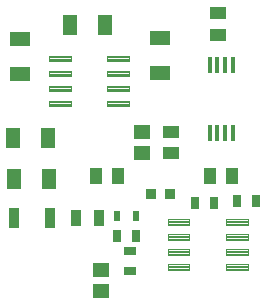
<source format=gtp>
G04 EAGLE Gerber RS-274X export*
G75*
%MOMM*%
%FSLAX34Y34*%
%LPD*%
%INSolderpaste Top*%
%IPPOS*%
%AMOC8*
5,1,8,0,0,1.08239X$1,22.5*%
G01*
G04 Define Apertures*
%ADD10R,1.815300X1.164600*%
%ADD11R,1.465300X1.164600*%
%ADD12R,0.920900X0.970200*%
%ADD13R,0.961800X1.711800*%
%ADD14R,0.817400X1.351900*%
%ADD15R,0.821800X1.351900*%
%ADD16R,0.511800X0.911800*%
%ADD17C,0.120378*%
%ADD18R,0.401500X1.469200*%
%ADD19R,1.164600X1.815300*%
%ADD20R,1.031200X1.420200*%
%ADD21R,0.798700X0.973900*%
%ADD22R,1.420200X1.031200*%
%ADD23R,0.973900X0.798700*%
D10*
X52970Y217916D03*
X52970Y247424D03*
D11*
X121550Y51724D03*
X121550Y34216D03*
X155840Y151056D03*
X155840Y168564D03*
D12*
X179446Y116630D03*
X163954Y116630D03*
D13*
X47880Y96310D03*
X78380Y96310D03*
D14*
X100115Y96310D03*
D15*
X120103Y96310D03*
D16*
X135140Y97580D03*
X151140Y97580D03*
D17*
X95914Y228523D02*
X77464Y228523D01*
X77464Y233337D01*
X95914Y233337D01*
X95914Y228523D01*
X95914Y229667D02*
X77464Y229667D01*
X77464Y230811D02*
X95914Y230811D01*
X95914Y231955D02*
X77464Y231955D01*
X77464Y233099D02*
X95914Y233099D01*
X95914Y215823D02*
X77464Y215823D01*
X77464Y220637D01*
X95914Y220637D01*
X95914Y215823D01*
X95914Y216967D02*
X77464Y216967D01*
X77464Y218111D02*
X95914Y218111D01*
X95914Y219255D02*
X77464Y219255D01*
X77464Y220399D02*
X95914Y220399D01*
X95914Y203123D02*
X77464Y203123D01*
X77464Y207937D01*
X95914Y207937D01*
X95914Y203123D01*
X95914Y204267D02*
X77464Y204267D01*
X77464Y205411D02*
X95914Y205411D01*
X95914Y206555D02*
X77464Y206555D01*
X77464Y207699D02*
X95914Y207699D01*
X95914Y190423D02*
X77464Y190423D01*
X77464Y195237D01*
X95914Y195237D01*
X95914Y190423D01*
X95914Y191567D02*
X77464Y191567D01*
X77464Y192711D02*
X95914Y192711D01*
X95914Y193855D02*
X77464Y193855D01*
X77464Y194999D02*
X95914Y194999D01*
X126866Y190423D02*
X145316Y190423D01*
X126866Y190423D02*
X126866Y195237D01*
X145316Y195237D01*
X145316Y190423D01*
X145316Y191567D02*
X126866Y191567D01*
X126866Y192711D02*
X145316Y192711D01*
X145316Y193855D02*
X126866Y193855D01*
X126866Y194999D02*
X145316Y194999D01*
X145316Y203123D02*
X126866Y203123D01*
X126866Y207937D01*
X145316Y207937D01*
X145316Y203123D01*
X145316Y204267D02*
X126866Y204267D01*
X126866Y205411D02*
X145316Y205411D01*
X145316Y206555D02*
X126866Y206555D01*
X126866Y207699D02*
X145316Y207699D01*
X145316Y215823D02*
X126866Y215823D01*
X126866Y220637D01*
X145316Y220637D01*
X145316Y215823D01*
X145316Y216967D02*
X126866Y216967D01*
X126866Y218111D02*
X145316Y218111D01*
X145316Y219255D02*
X126866Y219255D01*
X126866Y220399D02*
X145316Y220399D01*
X145316Y228523D02*
X126866Y228523D01*
X126866Y233337D01*
X145316Y233337D01*
X145316Y228523D01*
X145316Y229667D02*
X126866Y229667D01*
X126866Y230811D02*
X145316Y230811D01*
X145316Y231955D02*
X126866Y231955D01*
X126866Y233099D02*
X145316Y233099D01*
D18*
X213400Y167927D03*
X219900Y167927D03*
X226400Y167927D03*
X232900Y167927D03*
X232900Y225353D03*
X226400Y225353D03*
X219900Y225353D03*
X213400Y225353D03*
D17*
X196244Y90093D02*
X177794Y90093D01*
X177794Y94907D01*
X196244Y94907D01*
X196244Y90093D01*
X196244Y91237D02*
X177794Y91237D01*
X177794Y92381D02*
X196244Y92381D01*
X196244Y93525D02*
X177794Y93525D01*
X177794Y94669D02*
X196244Y94669D01*
X196244Y77393D02*
X177794Y77393D01*
X177794Y82207D01*
X196244Y82207D01*
X196244Y77393D01*
X196244Y78537D02*
X177794Y78537D01*
X177794Y79681D02*
X196244Y79681D01*
X196244Y80825D02*
X177794Y80825D01*
X177794Y81969D02*
X196244Y81969D01*
X196244Y64693D02*
X177794Y64693D01*
X177794Y69507D01*
X196244Y69507D01*
X196244Y64693D01*
X196244Y65837D02*
X177794Y65837D01*
X177794Y66981D02*
X196244Y66981D01*
X196244Y68125D02*
X177794Y68125D01*
X177794Y69269D02*
X196244Y69269D01*
X196244Y51993D02*
X177794Y51993D01*
X177794Y56807D01*
X196244Y56807D01*
X196244Y51993D01*
X196244Y53137D02*
X177794Y53137D01*
X177794Y54281D02*
X196244Y54281D01*
X196244Y55425D02*
X177794Y55425D01*
X177794Y56569D02*
X196244Y56569D01*
X227196Y51993D02*
X245646Y51993D01*
X227196Y51993D02*
X227196Y56807D01*
X245646Y56807D01*
X245646Y51993D01*
X245646Y53137D02*
X227196Y53137D01*
X227196Y54281D02*
X245646Y54281D01*
X245646Y55425D02*
X227196Y55425D01*
X227196Y56569D02*
X245646Y56569D01*
X245646Y64693D02*
X227196Y64693D01*
X227196Y69507D01*
X245646Y69507D01*
X245646Y64693D01*
X245646Y65837D02*
X227196Y65837D01*
X227196Y66981D02*
X245646Y66981D01*
X245646Y68125D02*
X227196Y68125D01*
X227196Y69269D02*
X245646Y69269D01*
X245646Y77393D02*
X227196Y77393D01*
X227196Y82207D01*
X245646Y82207D01*
X245646Y77393D01*
X245646Y78537D02*
X227196Y78537D01*
X227196Y79681D02*
X245646Y79681D01*
X245646Y80825D02*
X227196Y80825D01*
X227196Y81969D02*
X245646Y81969D01*
X245646Y90093D02*
X227196Y90093D01*
X227196Y94907D01*
X245646Y94907D01*
X245646Y90093D01*
X245646Y91237D02*
X227196Y91237D01*
X227196Y92381D02*
X245646Y92381D01*
X245646Y93525D02*
X227196Y93525D01*
X227196Y94669D02*
X245646Y94669D01*
D19*
X77084Y129330D03*
X47576Y129330D03*
D20*
X117435Y131870D03*
X135825Y131870D03*
D21*
X151292Y81070D03*
X134988Y81070D03*
D10*
X171080Y248224D03*
X171080Y218716D03*
D22*
X220367Y269335D03*
X220367Y250945D03*
D21*
X236588Y110280D03*
X252892Y110280D03*
D19*
X124874Y259270D03*
X95366Y259270D03*
D22*
X180997Y169005D03*
X180997Y150615D03*
D21*
X217332Y109010D03*
X201028Y109010D03*
D19*
X76614Y163620D03*
X47106Y163620D03*
D20*
X232345Y131870D03*
X213955Y131870D03*
D23*
X145680Y51328D03*
X145680Y67632D03*
M02*

</source>
